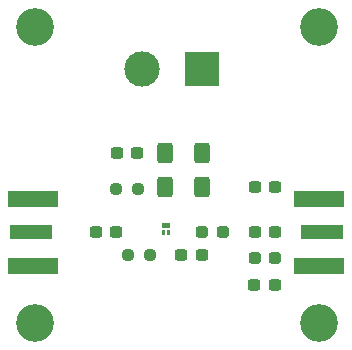
<source format=gbr>
%TF.GenerationSoftware,KiCad,Pcbnew,8.0.2*%
%TF.CreationDate,2025-01-11T01:13:48-03:00*%
%TF.ProjectId,tx_amplifier,74785f61-6d70-46c6-9966-6965722e6b69,v1.2*%
%TF.SameCoordinates,Original*%
%TF.FileFunction,Soldermask,Top*%
%TF.FilePolarity,Negative*%
%FSLAX46Y46*%
G04 Gerber Fmt 4.6, Leading zero omitted, Abs format (unit mm)*
G04 Created by KiCad (PCBNEW 8.0.2) date 2025-01-11 01:13:48*
%MOMM*%
%LPD*%
G01*
G04 APERTURE LIST*
G04 Aperture macros list*
%AMRoundRect*
0 Rectangle with rounded corners*
0 $1 Rounding radius*
0 $2 $3 $4 $5 $6 $7 $8 $9 X,Y pos of 4 corners*
0 Add a 4 corners polygon primitive as box body*
4,1,4,$2,$3,$4,$5,$6,$7,$8,$9,$2,$3,0*
0 Add four circle primitives for the rounded corners*
1,1,$1+$1,$2,$3*
1,1,$1+$1,$4,$5*
1,1,$1+$1,$6,$7*
1,1,$1+$1,$8,$9*
0 Add four rect primitives between the rounded corners*
20,1,$1+$1,$2,$3,$4,$5,0*
20,1,$1+$1,$4,$5,$6,$7,0*
20,1,$1+$1,$6,$7,$8,$9,0*
20,1,$1+$1,$8,$9,$2,$3,0*%
G04 Aperture macros list end*
%ADD10C,0.000000*%
%ADD11RoundRect,0.237500X0.300000X0.237500X-0.300000X0.237500X-0.300000X-0.237500X0.300000X-0.237500X0*%
%ADD12RoundRect,0.250000X-0.400000X-0.625000X0.400000X-0.625000X0.400000X0.625000X-0.400000X0.625000X0*%
%ADD13RoundRect,0.237500X-0.300000X-0.237500X0.300000X-0.237500X0.300000X0.237500X-0.300000X0.237500X0*%
%ADD14RoundRect,0.237500X-0.287500X-0.237500X0.287500X-0.237500X0.287500X0.237500X-0.287500X0.237500X0*%
%ADD15R,3.600000X1.270000*%
%ADD16R,4.200000X1.350000*%
%ADD17RoundRect,0.237500X0.250000X0.237500X-0.250000X0.237500X-0.250000X-0.237500X0.250000X-0.237500X0*%
%ADD18R,3.000000X3.000000*%
%ADD19C,3.000000*%
%ADD20C,3.200000*%
%ADD21RoundRect,0.237500X-0.250000X-0.237500X0.250000X-0.237500X0.250000X0.237500X-0.250000X0.237500X0*%
%ADD22RoundRect,0.250000X0.400000X0.625000X-0.400000X0.625000X-0.400000X-0.625000X0.400000X-0.625000X0*%
G04 APERTURE END LIST*
%TO.C,Q1*%
G36*
X113761350Y-110030000D02*
G01*
X113986350Y-110030000D01*
X113986350Y-109680000D01*
X113761350Y-109680000D01*
X113761350Y-110030000D01*
G37*
G36*
X114136350Y-110030000D02*
G01*
X114361350Y-110030000D01*
X114361350Y-109680000D01*
X114136350Y-109680000D01*
X114136350Y-110030000D01*
G37*
D10*
G36*
X114361350Y-109480000D02*
G01*
X113761350Y-109480000D01*
X113761350Y-109030000D01*
X114361350Y-109030000D01*
X114361350Y-109480000D01*
G37*
%TD*%
D11*
%TO.C,C2*%
X111606500Y-103124000D03*
X109881500Y-103124000D03*
%TD*%
D12*
%TO.C,R1*%
X113994000Y-103124000D03*
X117094000Y-103124000D03*
%TD*%
D13*
%TO.C,C6*%
X115369000Y-111760000D03*
X117094000Y-111760000D03*
%TD*%
D14*
%TO.C,L1*%
X117094000Y-109855000D03*
X118844000Y-109855000D03*
%TD*%
D15*
%TO.C,J2*%
X127254000Y-109855000D03*
D16*
X127054000Y-112680000D03*
X127054000Y-107030000D03*
%TD*%
D13*
%TO.C,C5*%
X121565500Y-109855000D03*
X123290500Y-109855000D03*
%TD*%
D17*
%TO.C,R4*%
X112672500Y-111760000D03*
X110847500Y-111760000D03*
%TD*%
D15*
%TO.C,J1*%
X102616000Y-109855000D03*
D16*
X102816000Y-107030000D03*
X102816000Y-112680000D03*
%TD*%
D18*
%TO.C,J3*%
X117080000Y-96000000D03*
D19*
X112000000Y-96000000D03*
%TD*%
D13*
%TO.C,C1*%
X108104000Y-109855000D03*
X109829000Y-109855000D03*
%TD*%
D14*
%TO.C,L2*%
X121553000Y-112014000D03*
X123303000Y-112014000D03*
%TD*%
D20*
%TO.C,H1*%
X103000000Y-92500000D03*
%TD*%
D21*
%TO.C,R2*%
X109831500Y-106172000D03*
X111656500Y-106172000D03*
%TD*%
D20*
%TO.C,H2*%
X127000000Y-92500000D03*
%TD*%
D13*
%TO.C,C4*%
X121539000Y-114300000D03*
X123264000Y-114300000D03*
%TD*%
D11*
%TO.C,C3*%
X123290500Y-106045000D03*
X121565500Y-106045000D03*
%TD*%
D22*
%TO.C,R3*%
X117094000Y-106045000D03*
X113994000Y-106045000D03*
%TD*%
D20*
%TO.C,H4*%
X127000000Y-117500000D03*
%TD*%
%TO.C,H3*%
X103000000Y-117500000D03*
%TD*%
M02*

</source>
